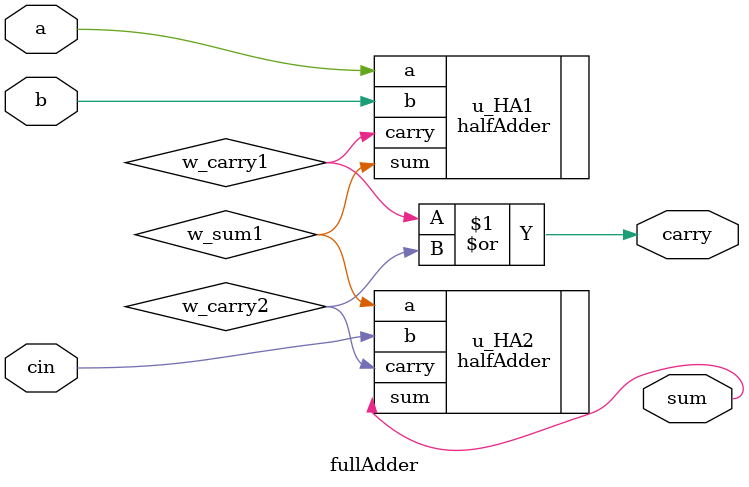
<source format=v>
`timescale 1ns / 1ps


module fullAdder(
input a,
input b,
input cin,
output sum,
output carry
);

wire w_sum1, w_carry1,w_carry2;

halfAdder u_HA1(
.a(a),
.b(b),
.sum(w_sum1),
.carry(w_carry1)
);

halfAdder u_HA2(
.a(w_sum1),
.b(cin),
.sum(sum),
.carry(w_carry2)
);

assign carry = w_carry1 | w_carry2;
endmodule

</source>
